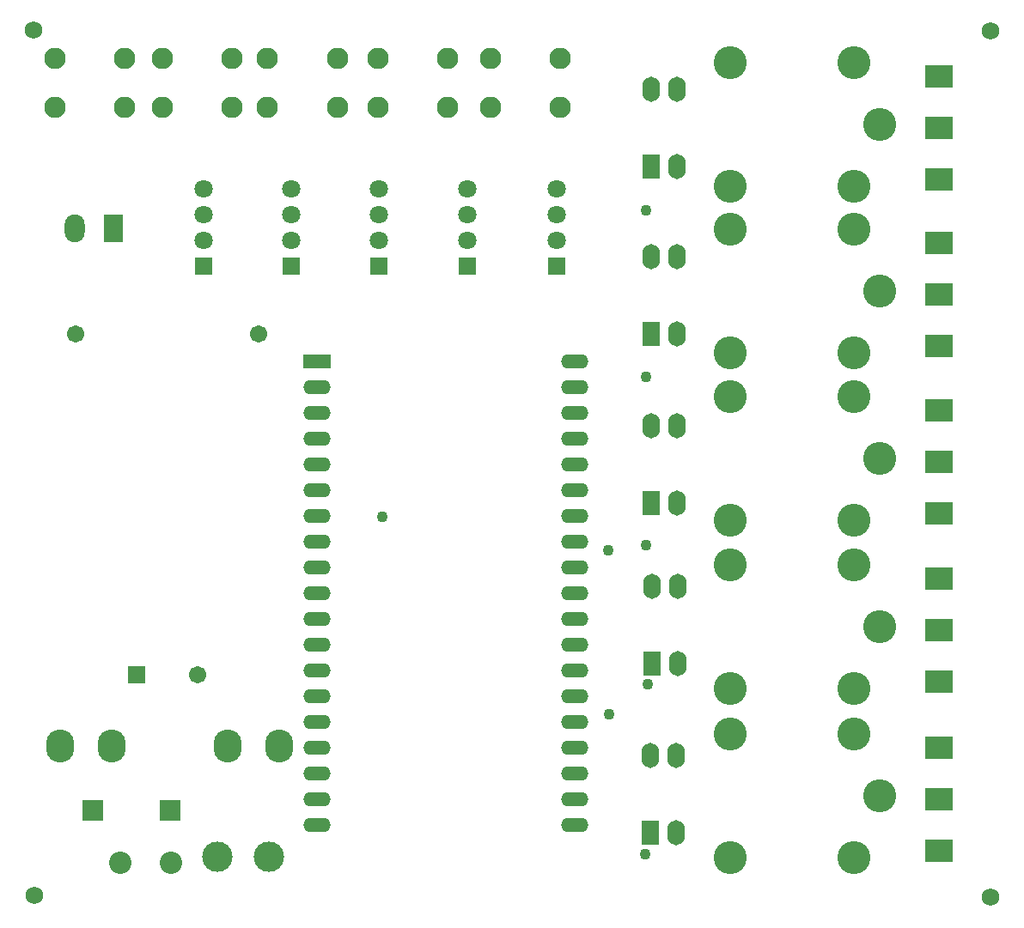
<source format=gbs>
G04*
G04 #@! TF.GenerationSoftware,Altium Limited,Altium Designer,21.3.2 (30)*
G04*
G04 Layer_Color=16711935*
%FSTAX24Y24*%
%MOIN*%
G70*
G04*
G04 #@! TF.SameCoordinates,4F95F32B-0C25-4130-9E89-9C1B30D11028*
G04*
G04*
G04 #@! TF.FilePolarity,Negative*
G04*
G01*
G75*
%ADD33C,0.0680*%
%ADD34R,0.0671X0.0671*%
%ADD35C,0.0671*%
%ADD36R,0.1064X0.0552*%
%ADD37O,0.1064X0.0552*%
%ADD38C,0.0710*%
%ADD39R,0.0710X0.0710*%
%ADD40C,0.0830*%
%ADD41O,0.0780X0.1080*%
%ADD42R,0.0780X0.1080*%
%ADD43O,0.1080X0.1280*%
%ADD44R,0.0789X0.0789*%
%ADD46C,0.1180*%
%ADD47R,0.0680X0.0980*%
%ADD48O,0.0680X0.0980*%
%ADD49R,0.1064X0.0867*%
%ADD50C,0.1280*%
%ADD51C,0.0430*%
%ADD74C,0.0867*%
D33*
X070005Y022545D02*
D03*
X03285Y0562D02*
D03*
X070005Y056195D02*
D03*
X0329Y0226D02*
D03*
D34*
X036869Y031186D02*
D03*
D35*
X039231D02*
D03*
X034507Y044414D02*
D03*
X041593D02*
D03*
D36*
X04385Y04333D02*
D03*
D37*
Y04233D02*
D03*
Y04133D02*
D03*
Y04033D02*
D03*
Y03933D02*
D03*
Y03833D02*
D03*
Y03733D02*
D03*
Y03633D02*
D03*
Y03533D02*
D03*
Y03433D02*
D03*
Y03333D02*
D03*
Y03233D02*
D03*
Y03133D02*
D03*
Y03033D02*
D03*
Y02933D02*
D03*
Y02833D02*
D03*
Y02733D02*
D03*
Y02633D02*
D03*
Y02533D02*
D03*
X05385Y04333D02*
D03*
Y04233D02*
D03*
Y04133D02*
D03*
Y04033D02*
D03*
Y03933D02*
D03*
Y03833D02*
D03*
Y03733D02*
D03*
Y03633D02*
D03*
Y03533D02*
D03*
Y03433D02*
D03*
Y03333D02*
D03*
Y03233D02*
D03*
Y03133D02*
D03*
Y03033D02*
D03*
Y02933D02*
D03*
Y02833D02*
D03*
Y02733D02*
D03*
Y02633D02*
D03*
Y02533D02*
D03*
D38*
X04625Y04905D02*
D03*
Y04805D02*
D03*
Y05005D02*
D03*
X0497Y04905D02*
D03*
Y04805D02*
D03*
Y05005D02*
D03*
X03945Y04905D02*
D03*
Y04805D02*
D03*
Y05005D02*
D03*
X05315Y04905D02*
D03*
Y04805D02*
D03*
Y05005D02*
D03*
X04285Y04905D02*
D03*
Y04805D02*
D03*
Y05005D02*
D03*
D39*
X04625Y04705D02*
D03*
X0497D02*
D03*
X03945D02*
D03*
X05315D02*
D03*
X04285D02*
D03*
D40*
X048945Y05322D02*
D03*
X046235Y0551D02*
D03*
Y05322D02*
D03*
X048945Y0551D02*
D03*
X044655Y05322D02*
D03*
X041945Y0551D02*
D03*
Y05322D02*
D03*
X044655Y0551D02*
D03*
X05331Y05322D02*
D03*
X0506Y0551D02*
D03*
Y05322D02*
D03*
X05331Y0551D02*
D03*
X036395Y05322D02*
D03*
X033685Y0551D02*
D03*
Y05322D02*
D03*
X036395Y0551D02*
D03*
X04056Y05322D02*
D03*
X03785Y0551D02*
D03*
Y05322D02*
D03*
X04056Y0551D02*
D03*
D41*
X03445Y0485D02*
D03*
D42*
X03595D02*
D03*
D43*
X0339Y0284D02*
D03*
X0424D02*
D03*
X0404D02*
D03*
X0359D02*
D03*
D44*
X03515Y0259D02*
D03*
X03815D02*
D03*
D46*
X042Y0241D02*
D03*
X04D02*
D03*
D47*
X056828Y0509D02*
D03*
Y0444D02*
D03*
X0568Y02505D02*
D03*
X056828Y03785D02*
D03*
X05685Y0316D02*
D03*
D48*
X057828Y0509D02*
D03*
Y0539D02*
D03*
X056828D02*
D03*
X057828Y0444D02*
D03*
Y0474D02*
D03*
X056828D02*
D03*
X0568Y02805D02*
D03*
X0578D02*
D03*
Y02505D02*
D03*
X056828Y04085D02*
D03*
X057828D02*
D03*
Y03785D02*
D03*
X05685Y0346D02*
D03*
X05785D02*
D03*
Y0316D02*
D03*
D49*
X068Y03491D02*
D03*
Y030915D02*
D03*
Y032915D02*
D03*
Y05441D02*
D03*
Y050415D02*
D03*
Y052415D02*
D03*
Y047945D02*
D03*
Y04395D02*
D03*
Y04595D02*
D03*
Y041445D02*
D03*
Y03745D02*
D03*
Y03945D02*
D03*
Y028345D02*
D03*
Y02435D02*
D03*
Y02635D02*
D03*
D50*
X0647Y05495D02*
D03*
X0599Y05015D02*
D03*
X0657Y05255D02*
D03*
X0599Y05495D02*
D03*
X0647Y05015D02*
D03*
Y03545D02*
D03*
X0599Y03065D02*
D03*
X0657Y03305D02*
D03*
X0599Y03545D02*
D03*
X0647Y03065D02*
D03*
Y041985D02*
D03*
X0599Y037185D02*
D03*
X0657Y039585D02*
D03*
X0599Y041985D02*
D03*
X0647Y037185D02*
D03*
Y048485D02*
D03*
X0599Y043685D02*
D03*
X0657Y046085D02*
D03*
X0599Y048485D02*
D03*
X0647Y043685D02*
D03*
Y028885D02*
D03*
X0599Y024085D02*
D03*
X0657Y026485D02*
D03*
X0599Y028885D02*
D03*
X0647Y024085D02*
D03*
D51*
X055163Y036019D02*
D03*
X0464Y0373D02*
D03*
X055187Y029663D02*
D03*
X0567Y0308D02*
D03*
X0566Y0242D02*
D03*
X05663Y04922D02*
D03*
X056618Y0362D02*
D03*
Y04275D02*
D03*
D74*
X038184Y02387D02*
D03*
X036216D02*
D03*
M02*

</source>
